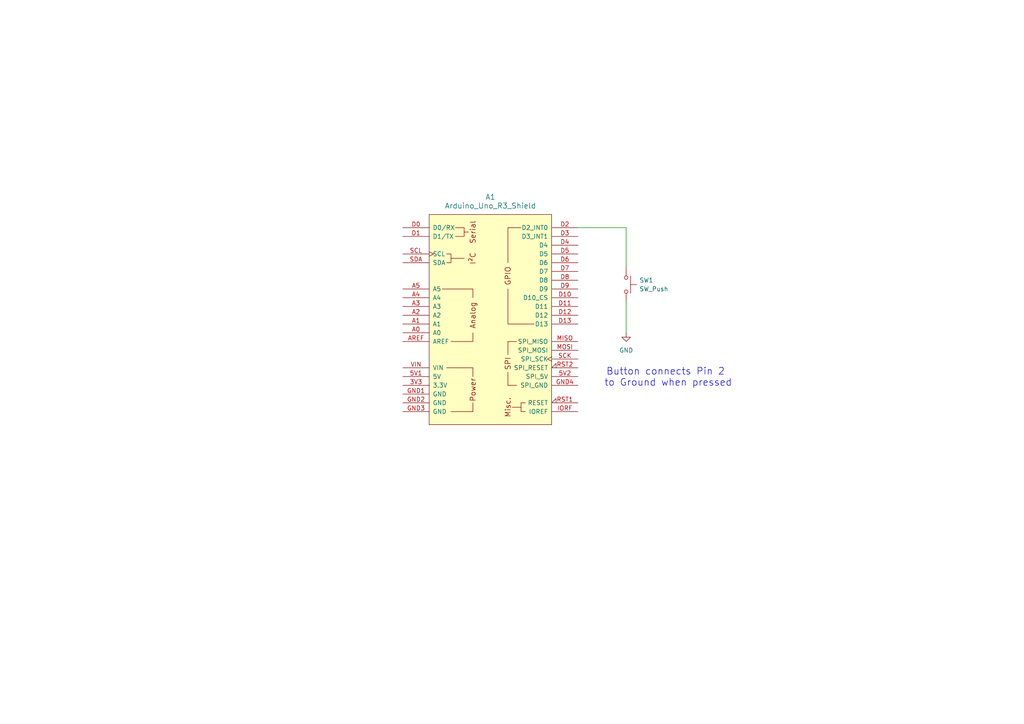
<source format=kicad_sch>
(kicad_sch (version 20231120) (generator "eeschema") (generator_version "8.0")
  (paper "A4")
  (lib_symbols
    (symbol "Arduino:Arduino_Uno_R3_Shield" (pin_names (offset 1.016))
      (property "Reference" "A" (at 0 36.83 0))
      (property "Value" "Arduino_Uno_R3_Shield" (at 0 33.02 0))
      (symbol "Arduino_Uno_R3_Shield_0_0"
        (rectangle (start -17.78 30.48) (end 17.78 -30.48) (fill (type background)))
        (rectangle (start -12.7 -13.97) (end -5.08 -13.97))
        (rectangle (start -11.43 -26.67) (end -5.08 -26.67))
        (polyline (pts (xy -11.43 17.78) (xy -7.62 17.78)))
        (polyline (pts (xy -7.62 25.4) (xy -6.35 25.4)))
        (polyline (pts (xy -5.08 -26.67) (xy -5.08 -24.13)))
        (polyline (pts (xy -5.08 -15.24) (xy -5.08 -16.51)))
        (polyline (pts (xy -5.08 -13.97) (xy -5.08 -15.24)))
        (polyline (pts (xy -5.08 -3.81) (xy -5.08 -6.35) (xy -11.43 -6.35)))
        (polyline (pts (xy -5.08 6.35) (xy -5.08 8.89) (xy -13.97 8.89)))
        (polyline (pts (xy 5.08 8.89) (xy 5.08 -1.27) (xy 12.7 -1.27)))
        (polyline (pts (xy 5.08 16.51) (xy 5.08 26.67) (xy 8.89 26.67)))
        (polyline (pts (xy -12.7 19.05) (xy -11.43 19.05) (xy -11.43 16.51) (xy -12.7 16.51)))
        (polyline (pts (xy -10.16 26.67) (xy -7.62 26.67) (xy -7.62 24.13) (xy -10.16 24.13)))
        (rectangle (start 5.08 -19.05) (end 5.08 -15.24))
        (rectangle (start 5.08 -19.05) (end 7.62 -19.05))
        (rectangle (start 5.08 -10.16) (end 5.08 -6.35))
        (rectangle (start 7.62 -6.35) (end 5.08 -6.35))
        (rectangle (start 8.89 -25.4) (end 6.35 -25.4))
        (rectangle (start 8.89 -24.13) (end 8.89 -26.67))
        (rectangle (start 10.16 -26.67) (end 8.89 -26.67))
        (rectangle (start 10.16 -24.13) (end 8.89 -24.13))
        (text "Analog" (at -5.08 1.27 900) (effects (font (size 1.524 1.524))))
        (text "I²C" (at -5.08 17.78 900) (effects (font (size 1.524 1.524))))
        (text "Misc." (at 5.08 -25.4 900) (effects (font (size 1.524 1.524))))
        (text "Power" (at -5.08 -20.32 900) (effects (font (size 1.524 1.524))))
        (text "Serial" (at -5.08 25.4 900) (effects (font (size 1.524 1.524))))
        (text "SPI" (at 5.08 -12.7 900) (effects (font (size 1.524 1.524))))
      )
      (symbol "Arduino_Uno_R3_Shield_1_0"
        (text "GPIO" (at 5.08 12.7 900) (effects (font (size 1.524 1.524))))
      )
      (symbol "Arduino_Uno_R3_Shield_1_1"
        (pin power_out line (at -25.4 -19.05 0) (length 7.62) (name "3.3V") (number "3V3"))
        (pin power_in line (at -25.4 -16.51 0) (length 7.62) (name "5V") (number "5V1"))
        (pin power_in line (at 25.4 -16.51 180) (length 7.62) (name "SPI_5V") (number "5V2"))
        (pin bidirectional line (at -25.4 -3.81 0) (length 7.62) (name "A0") (number "A0"))
        (pin bidirectional line (at -25.4 -1.27 0) (length 7.62) (name "A1") (number "A1"))
        (pin bidirectional line (at -25.4 1.27 0) (length 7.62) (name "A2") (number "A2"))
        (pin bidirectional line (at -25.4 3.81 0) (length 7.62) (name "A3") (number "A3"))
        (pin bidirectional line (at -25.4 6.35 0) (length 7.62) (name "A4") (number "A4"))
        (pin bidirectional line (at -25.4 8.89 0) (length 7.62) (name "A5") (number "A5"))
        (pin input line (at -25.4 -6.35 0) (length 7.62) (name "AREF") (number "AREF"))
        (pin bidirectional line (at -25.4 26.67 0) (length 7.62) (name "D0/RX") (number "D0"))
        (pin bidirectional line (at -25.4 24.13 0) (length 7.62) (name "D1/TX") (number "D1"))
        (pin bidirectional line (at 25.4 6.35 180) (length 7.62) (name "D10_CS") (number "D10"))
        (pin bidirectional line (at 25.4 3.81 180) (length 7.62) (name "D11") (number "D11"))
        (pin bidirectional line (at 25.4 1.27 180) (length 7.62) (name "D12") (number "D12"))
        (pin bidirectional line (at 25.4 -1.27 180) (length 7.62) (name "D13") (number "D13"))
        (pin bidirectional line (at 25.4 26.67 180) (length 7.62) (name "D2_INT0") (number "D2"))
        (pin bidirectional line (at 25.4 24.13 180) (length 7.62) (name "D3_INT1") (number "D3"))
        (pin bidirectional line (at 25.4 21.59 180) (length 7.62) (name "D4") (number "D4"))
        (pin bidirectional line (at 25.4 19.05 180) (length 7.62) (name "D5") (number "D5"))
        (pin bidirectional line (at 25.4 16.51 180) (length 7.62) (name "D6") (number "D6"))
        (pin bidirectional line (at 25.4 13.97 180) (length 7.62) (name "D7") (number "D7"))
        (pin bidirectional line (at 25.4 11.43 180) (length 7.62) (name "D8") (number "D8"))
        (pin bidirectional line (at 25.4 8.89 180) (length 7.62) (name "D9") (number "D9"))
        (pin power_in line (at -25.4 -21.59 0) (length 7.62) (name "GND") (number "GND1"))
        (pin power_in line (at -25.4 -24.13 0) (length 7.62) (name "GND") (number "GND2"))
        (pin power_in line (at -25.4 -26.67 0) (length 7.62) (name "GND") (number "GND3"))
        (pin power_in line (at 25.4 -19.05 180) (length 7.62) (name "SPI_GND") (number "GND4"))
        (pin output line (at 25.4 -26.67 180) (length 7.62) (name "IOREF") (number "IORF"))
        (pin input line (at 25.4 -6.35 180) (length 7.62) (name "SPI_MISO") (number "MISO"))
        (pin output line (at 25.4 -8.89 180) (length 7.62) (name "SPI_MOSI") (number "MOSI"))
        (pin open_collector input_low (at 25.4 -24.13 180) (length 7.62) (name "RESET") (number "RST1"))
        (pin open_collector input_low (at 25.4 -13.97 180) (length 7.62) (name "SPI_RESET") (number "RST2"))
        (pin output clock (at 25.4 -11.43 180) (length 7.62) (name "SPI_SCK") (number "SCK"))
        (pin bidirectional clock (at -25.4 19.05 0) (length 7.62) (name "SCL") (number "SCL"))
        (pin bidirectional line (at -25.4 16.51 0) (length 7.62) (name "SDA") (number "SDA"))
        (pin power_in line (at -25.4 -13.97 0) (length 7.62) (name "VIN") (number "VIN"))
      )
    )
    (symbol "Switch:SW_Push" (pin_numbers hide) (pin_names (offset 1.016) hide)
      (property "Reference" "SW" (at 1.27 2.54 0))
      (property "Value" "SW_Push" (at 0 -1.524 0))
      (symbol "SW_Push_0_1"
        (circle (center -2.032 0) (radius 0.508))
        (polyline (pts (xy 0 1.27) (xy 0 3.048)))
        (polyline (pts (xy 2.54 1.27) (xy -2.54 1.27)))
        (circle (center 2.032 0) (radius 0.508))
        (pin passive line (at -5.08 0 0) (length 2.54) (name "1") (number "1"))
        (pin passive line (at 5.08 0 180) (length 2.54) (name "2") (number "2"))
      )
    )
    (symbol "power:GND" (power) (pin_numbers hide) (pin_names (offset 0) hide)
      (property "Value" "GND" (at 0 -3.81 0))
      (symbol "GND_0_1"
        (polyline (pts (xy 0 0) (xy 0 -1.27) (xy 1.27 -1.27) (xy 0 -2.54) (xy -1.27 -1.27) (xy 0 -1.27)))
      )
      (symbol "GND_1_1"
        (pin power_in line (at 0 0 270) (length 0) (name "~") (number "1"))
      )
    )
  )
  (wire (pts (xy 181.61 87.63) (xy 181.61 96.52)))
  (wire (pts (xy 167.64 66.04) (xy 181.61 66.04)))
  (wire (pts (xy 181.61 66.04) (xy 181.61 77.47)))
  (text "Button connects Pin 2 \nto Ground when pressed" (at 193.802 109.474 0) (effects (font (size 2 2))))
  (symbol (lib_id "power:GND") (at 181.61 96.52 0) (unit 1)
    (property "Reference" "#PWR01" (effects (hide yes)))
    (property "Value" "GND" (at 181.61 101.6 0))
    (property "Description" "Power symbol creates a global label with name \"GND\" , ground" (effects (hide yes)))
  )
  (symbol (lib_id "Arduino:Arduino_Uno_R3_Shield") (at 142.24 92.71 0) (unit 1)
    (property "Reference" "A1" (at 142.24 57.15 0) (effects (font (size 1.524 1.524))))
    (property "Value" "Arduino_Uno_R3_Shield" (at 142.24 59.69 0) (effects (font (size 1.524 1.524))))
    (property "Footprint" "PCM_arduino-library:Arduino_Uno_R3_Shield" (effects (hide yes)))
    (property "Datasheet" "https://docs.arduino.cc/hardware/uno-rev3" (effects (hide yes)))
    (property "Description" "Shield for Arduino Uno R3" (effects (hide yes)))
  )
  (symbol (lib_id "Switch:SW_Push") (at 181.61 82.55 270) (unit 1)
    (property "Reference" "SW1" (at 185.42 81.2799 90) (effects (justify left)))
    (property "Value" "SW_Push" (at 185.42 83.8199 90) (effects (justify left)))
    (property "Description" "Push button switch, generic, two pins" (effects (hide yes)))
  )
)
</source>
